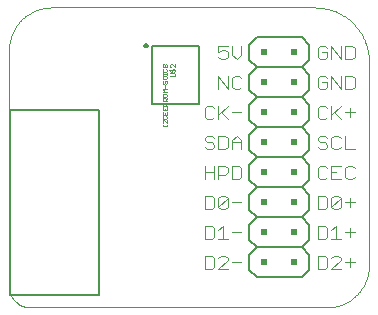
<source format=gto>
G75*
%MOIN*%
%OFA0B0*%
%FSLAX25Y25*%
%IPPOS*%
%LPD*%
%AMOC8*
5,1,8,0,0,1.08239X$1,22.5*
%
%ADD10C,0.00000*%
%ADD11C,0.00400*%
%ADD12C,0.00500*%
%ADD13C,0.00600*%
%ADD14R,0.02000X0.02000*%
%ADD15C,0.00800*%
%ADD16C,0.00100*%
D10*
X0012123Y0001500D02*
X0110910Y0001500D01*
X0111252Y0001504D01*
X0111593Y0001517D01*
X0111934Y0001537D01*
X0112275Y0001566D01*
X0112615Y0001603D01*
X0112953Y0001648D01*
X0113291Y0001702D01*
X0113627Y0001763D01*
X0113962Y0001833D01*
X0114294Y0001911D01*
X0114625Y0001997D01*
X0114954Y0002090D01*
X0115280Y0002192D01*
X0115604Y0002302D01*
X0115925Y0002419D01*
X0116243Y0002544D01*
X0116558Y0002677D01*
X0116869Y0002817D01*
X0117178Y0002965D01*
X0117482Y0003120D01*
X0117783Y0003282D01*
X0118079Y0003452D01*
X0118372Y0003629D01*
X0118660Y0003813D01*
X0118944Y0004003D01*
X0119222Y0004201D01*
X0119496Y0004405D01*
X0119766Y0004616D01*
X0120029Y0004833D01*
X0120288Y0005057D01*
X0120541Y0005286D01*
X0120788Y0005522D01*
X0121030Y0005764D01*
X0121266Y0006011D01*
X0121495Y0006264D01*
X0121719Y0006523D01*
X0121936Y0006786D01*
X0122147Y0007056D01*
X0122351Y0007330D01*
X0122549Y0007608D01*
X0122739Y0007892D01*
X0122923Y0008180D01*
X0123100Y0008473D01*
X0123270Y0008769D01*
X0123432Y0009070D01*
X0123587Y0009374D01*
X0123735Y0009683D01*
X0123875Y0009994D01*
X0124008Y0010309D01*
X0124133Y0010627D01*
X0124250Y0010948D01*
X0124360Y0011272D01*
X0124462Y0011598D01*
X0124555Y0011927D01*
X0124641Y0012258D01*
X0124719Y0012590D01*
X0124789Y0012925D01*
X0124850Y0013261D01*
X0124904Y0013599D01*
X0124949Y0013937D01*
X0124986Y0014277D01*
X0125015Y0014618D01*
X0125035Y0014959D01*
X0125048Y0015300D01*
X0125052Y0015642D01*
X0125052Y0083472D01*
X0125047Y0083908D01*
X0125031Y0084343D01*
X0125005Y0084778D01*
X0124968Y0085212D01*
X0124921Y0085645D01*
X0124863Y0086077D01*
X0124795Y0086507D01*
X0124716Y0086936D01*
X0124627Y0087362D01*
X0124528Y0087786D01*
X0124419Y0088208D01*
X0124299Y0088627D01*
X0124170Y0089043D01*
X0124030Y0089456D01*
X0123880Y0089865D01*
X0123721Y0090270D01*
X0123552Y0090672D01*
X0123373Y0091069D01*
X0123185Y0091462D01*
X0122987Y0091850D01*
X0122780Y0092233D01*
X0122564Y0092611D01*
X0122338Y0092984D01*
X0122104Y0093352D01*
X0121861Y0093713D01*
X0121609Y0094069D01*
X0121349Y0094418D01*
X0121080Y0094761D01*
X0120803Y0095097D01*
X0120518Y0095427D01*
X0120225Y0095749D01*
X0119925Y0096065D01*
X0119617Y0096373D01*
X0119301Y0096673D01*
X0118979Y0096966D01*
X0118649Y0097251D01*
X0118313Y0097528D01*
X0117970Y0097797D01*
X0117621Y0098057D01*
X0117265Y0098309D01*
X0116904Y0098552D01*
X0116536Y0098786D01*
X0116163Y0099012D01*
X0115785Y0099228D01*
X0115402Y0099435D01*
X0115014Y0099633D01*
X0114621Y0099821D01*
X0114224Y0100000D01*
X0113822Y0100169D01*
X0113417Y0100328D01*
X0113008Y0100478D01*
X0112595Y0100618D01*
X0112179Y0100747D01*
X0111760Y0100867D01*
X0111338Y0100976D01*
X0110914Y0101075D01*
X0110488Y0101164D01*
X0110059Y0101243D01*
X0109629Y0101311D01*
X0109197Y0101369D01*
X0108764Y0101416D01*
X0108330Y0101453D01*
X0107895Y0101479D01*
X0107460Y0101495D01*
X0107024Y0101500D01*
X0019194Y0101500D01*
X0018847Y0101496D01*
X0018500Y0101483D01*
X0018154Y0101462D01*
X0017808Y0101432D01*
X0017463Y0101394D01*
X0017119Y0101347D01*
X0016776Y0101292D01*
X0016435Y0101228D01*
X0016095Y0101156D01*
X0015758Y0101076D01*
X0015422Y0100988D01*
X0015089Y0100891D01*
X0014758Y0100786D01*
X0014430Y0100673D01*
X0014104Y0100552D01*
X0013782Y0100424D01*
X0013463Y0100287D01*
X0013148Y0100142D01*
X0012836Y0099990D01*
X0012528Y0099830D01*
X0012223Y0099663D01*
X0011924Y0099488D01*
X0011628Y0099306D01*
X0011337Y0099117D01*
X0011051Y0098920D01*
X0010770Y0098717D01*
X0010493Y0098507D01*
X0010222Y0098290D01*
X0009957Y0098066D01*
X0009697Y0097837D01*
X0009443Y0097600D01*
X0009194Y0097358D01*
X0008952Y0097109D01*
X0008715Y0096855D01*
X0008486Y0096595D01*
X0008262Y0096330D01*
X0008045Y0096059D01*
X0007835Y0095782D01*
X0007632Y0095501D01*
X0007435Y0095215D01*
X0007246Y0094924D01*
X0007064Y0094628D01*
X0006889Y0094329D01*
X0006722Y0094024D01*
X0006562Y0093716D01*
X0006410Y0093404D01*
X0006265Y0093089D01*
X0006128Y0092770D01*
X0006000Y0092448D01*
X0005879Y0092122D01*
X0005766Y0091794D01*
X0005661Y0091463D01*
X0005564Y0091130D01*
X0005476Y0090794D01*
X0005396Y0090457D01*
X0005324Y0090117D01*
X0005260Y0089776D01*
X0005205Y0089433D01*
X0005158Y0089089D01*
X0005120Y0088744D01*
X0005090Y0088398D01*
X0005069Y0088052D01*
X0005056Y0087705D01*
X0005052Y0087358D01*
X0005052Y0008571D01*
X0005054Y0008400D01*
X0005060Y0008229D01*
X0005071Y0008059D01*
X0005085Y0007889D01*
X0005104Y0007719D01*
X0005126Y0007549D01*
X0005153Y0007381D01*
X0005184Y0007212D01*
X0005219Y0007045D01*
X0005257Y0006879D01*
X0005300Y0006713D01*
X0005347Y0006549D01*
X0005398Y0006386D01*
X0005453Y0006224D01*
X0005512Y0006064D01*
X0005574Y0005905D01*
X0005640Y0005747D01*
X0005710Y0005591D01*
X0005784Y0005437D01*
X0005862Y0005285D01*
X0005943Y0005135D01*
X0006028Y0004986D01*
X0006116Y0004840D01*
X0006208Y0004696D01*
X0006304Y0004554D01*
X0006402Y0004415D01*
X0006505Y0004278D01*
X0006610Y0004143D01*
X0006719Y0004011D01*
X0006830Y0003882D01*
X0006945Y0003756D01*
X0007063Y0003632D01*
X0007184Y0003511D01*
X0007308Y0003393D01*
X0007434Y0003278D01*
X0007563Y0003167D01*
X0007695Y0003058D01*
X0007830Y0002953D01*
X0007967Y0002850D01*
X0008106Y0002752D01*
X0008248Y0002656D01*
X0008392Y0002564D01*
X0008538Y0002476D01*
X0008687Y0002391D01*
X0008837Y0002310D01*
X0008989Y0002232D01*
X0009143Y0002158D01*
X0009299Y0002088D01*
X0009457Y0002022D01*
X0009616Y0001960D01*
X0009776Y0001901D01*
X0009938Y0001846D01*
X0010101Y0001795D01*
X0010265Y0001748D01*
X0010431Y0001705D01*
X0010597Y0001667D01*
X0010764Y0001632D01*
X0010933Y0001601D01*
X0011101Y0001574D01*
X0011271Y0001552D01*
X0011441Y0001533D01*
X0011611Y0001519D01*
X0011781Y0001508D01*
X0011952Y0001502D01*
X0012123Y0001500D01*
D11*
X0070252Y0014200D02*
X0072554Y0014200D01*
X0073321Y0014967D01*
X0073321Y0018037D01*
X0072554Y0018804D01*
X0070252Y0018804D01*
X0070252Y0014200D01*
X0074856Y0014200D02*
X0077925Y0017269D01*
X0077925Y0018037D01*
X0077158Y0018804D01*
X0075623Y0018804D01*
X0074856Y0018037D01*
X0079460Y0016502D02*
X0082529Y0016502D01*
X0077925Y0014200D02*
X0074856Y0014200D01*
X0074856Y0024200D02*
X0077925Y0024200D01*
X0076391Y0024200D02*
X0076391Y0028804D01*
X0074856Y0027269D01*
X0073321Y0028037D02*
X0072554Y0028804D01*
X0070252Y0028804D01*
X0070252Y0024200D01*
X0072554Y0024200D01*
X0073321Y0024967D01*
X0073321Y0028037D01*
X0079460Y0026502D02*
X0082529Y0026502D01*
X0077158Y0034200D02*
X0075623Y0034200D01*
X0074856Y0034967D01*
X0077925Y0038037D01*
X0077925Y0034967D01*
X0077158Y0034200D01*
X0074856Y0034967D02*
X0074856Y0038037D01*
X0075623Y0038804D01*
X0077158Y0038804D01*
X0077925Y0038037D01*
X0079460Y0036502D02*
X0082529Y0036502D01*
X0073321Y0034967D02*
X0073321Y0038037D01*
X0072554Y0038804D01*
X0070252Y0038804D01*
X0070252Y0034200D01*
X0072554Y0034200D01*
X0073321Y0034967D01*
X0073321Y0044200D02*
X0073321Y0048804D01*
X0074856Y0048804D02*
X0077158Y0048804D01*
X0077925Y0048037D01*
X0077925Y0046502D01*
X0077158Y0045735D01*
X0074856Y0045735D01*
X0073321Y0046502D02*
X0070252Y0046502D01*
X0070252Y0044200D02*
X0070252Y0048804D01*
X0074856Y0048804D02*
X0074856Y0044200D01*
X0079460Y0044200D02*
X0081762Y0044200D01*
X0082529Y0044967D01*
X0082529Y0048037D01*
X0081762Y0048804D01*
X0079460Y0048804D01*
X0079460Y0044200D01*
X0079460Y0054200D02*
X0079460Y0057269D01*
X0080995Y0058804D01*
X0082529Y0057269D01*
X0082529Y0054200D01*
X0082529Y0056502D02*
X0079460Y0056502D01*
X0077925Y0058037D02*
X0077158Y0058804D01*
X0074856Y0058804D01*
X0074856Y0054200D01*
X0077158Y0054200D01*
X0077925Y0054967D01*
X0077925Y0058037D01*
X0073321Y0058037D02*
X0072554Y0058804D01*
X0071019Y0058804D01*
X0070252Y0058037D01*
X0070252Y0057269D01*
X0071019Y0056502D01*
X0072554Y0056502D01*
X0073321Y0055735D01*
X0073321Y0054967D01*
X0072554Y0054200D01*
X0071019Y0054200D01*
X0070252Y0054967D01*
X0071019Y0064200D02*
X0072554Y0064200D01*
X0073321Y0064967D01*
X0074856Y0064200D02*
X0074856Y0068804D01*
X0073321Y0068037D02*
X0072554Y0068804D01*
X0071019Y0068804D01*
X0070252Y0068037D01*
X0070252Y0064967D01*
X0071019Y0064200D01*
X0074856Y0065735D02*
X0077925Y0068804D01*
X0079460Y0066502D02*
X0082529Y0066502D01*
X0077925Y0064200D02*
X0075623Y0066502D01*
X0074856Y0074200D02*
X0074856Y0078804D01*
X0077925Y0074200D01*
X0077925Y0078804D01*
X0079460Y0078037D02*
X0079460Y0074967D01*
X0080227Y0074200D01*
X0081762Y0074200D01*
X0082529Y0074967D01*
X0082529Y0078037D02*
X0081762Y0078804D01*
X0080227Y0078804D01*
X0079460Y0078037D01*
X0080995Y0084200D02*
X0082529Y0085735D01*
X0082529Y0088804D01*
X0079460Y0088804D02*
X0079460Y0085735D01*
X0080995Y0084200D01*
X0077925Y0084967D02*
X0077158Y0084200D01*
X0075623Y0084200D01*
X0074856Y0084967D01*
X0077925Y0084967D02*
X0077925Y0086502D01*
X0077158Y0087269D01*
X0076391Y0087269D01*
X0074856Y0086502D01*
X0074856Y0088804D01*
X0077925Y0088804D01*
X0107940Y0088037D02*
X0107940Y0084967D01*
X0108708Y0084200D01*
X0110242Y0084200D01*
X0111010Y0084967D01*
X0111010Y0086502D01*
X0109475Y0086502D01*
X0111010Y0088037D02*
X0110242Y0088804D01*
X0108708Y0088804D01*
X0107940Y0088037D01*
X0112544Y0088804D02*
X0115613Y0084200D01*
X0115613Y0088804D01*
X0117148Y0088804D02*
X0119450Y0088804D01*
X0120217Y0088037D01*
X0120217Y0084967D01*
X0119450Y0084200D01*
X0117148Y0084200D01*
X0117148Y0088804D01*
X0112544Y0088804D02*
X0112544Y0084200D01*
X0112544Y0078804D02*
X0115613Y0074200D01*
X0115613Y0078804D01*
X0117148Y0078804D02*
X0119450Y0078804D01*
X0120217Y0078037D01*
X0120217Y0074967D01*
X0119450Y0074200D01*
X0117148Y0074200D01*
X0117148Y0078804D01*
X0112544Y0078804D02*
X0112544Y0074200D01*
X0111010Y0074967D02*
X0111010Y0076502D01*
X0109475Y0076502D01*
X0111010Y0074967D02*
X0110242Y0074200D01*
X0108708Y0074200D01*
X0107940Y0074967D01*
X0107940Y0078037D01*
X0108708Y0078804D01*
X0110242Y0078804D01*
X0111010Y0078037D01*
X0110242Y0068804D02*
X0108708Y0068804D01*
X0107940Y0068037D01*
X0107940Y0064967D01*
X0108708Y0064200D01*
X0110242Y0064200D01*
X0111010Y0064967D01*
X0112544Y0064200D02*
X0112544Y0068804D01*
X0111010Y0068037D02*
X0110242Y0068804D01*
X0112544Y0065735D02*
X0115613Y0068804D01*
X0117148Y0066502D02*
X0120217Y0066502D01*
X0118683Y0068037D02*
X0118683Y0064967D01*
X0115613Y0064200D02*
X0113312Y0066502D01*
X0113312Y0058804D02*
X0112544Y0058037D01*
X0112544Y0054967D01*
X0113312Y0054200D01*
X0114846Y0054200D01*
X0115613Y0054967D01*
X0117148Y0054200D02*
X0120217Y0054200D01*
X0117148Y0054200D02*
X0117148Y0058804D01*
X0115613Y0058037D02*
X0114846Y0058804D01*
X0113312Y0058804D01*
X0111010Y0058037D02*
X0110242Y0058804D01*
X0108708Y0058804D01*
X0107940Y0058037D01*
X0107940Y0057269D01*
X0108708Y0056502D01*
X0110242Y0056502D01*
X0111010Y0055735D01*
X0111010Y0054967D01*
X0110242Y0054200D01*
X0108708Y0054200D01*
X0107940Y0054967D01*
X0108708Y0048804D02*
X0107940Y0048037D01*
X0107940Y0044967D01*
X0108708Y0044200D01*
X0110242Y0044200D01*
X0111010Y0044967D01*
X0112544Y0044200D02*
X0115613Y0044200D01*
X0117148Y0044967D02*
X0117915Y0044200D01*
X0119450Y0044200D01*
X0120217Y0044967D01*
X0117148Y0044967D02*
X0117148Y0048037D01*
X0117915Y0048804D01*
X0119450Y0048804D01*
X0120217Y0048037D01*
X0115613Y0048804D02*
X0112544Y0048804D01*
X0112544Y0044200D01*
X0112544Y0046502D02*
X0114079Y0046502D01*
X0111010Y0048037D02*
X0110242Y0048804D01*
X0108708Y0048804D01*
X0107940Y0038804D02*
X0110242Y0038804D01*
X0111010Y0038037D01*
X0111010Y0034967D01*
X0110242Y0034200D01*
X0107940Y0034200D01*
X0107940Y0038804D01*
X0112544Y0038037D02*
X0113312Y0038804D01*
X0114846Y0038804D01*
X0115613Y0038037D01*
X0112544Y0034967D01*
X0113312Y0034200D01*
X0114846Y0034200D01*
X0115613Y0034967D01*
X0115613Y0038037D01*
X0112544Y0038037D02*
X0112544Y0034967D01*
X0117148Y0036502D02*
X0120217Y0036502D01*
X0118683Y0038037D02*
X0118683Y0034967D01*
X0114079Y0028804D02*
X0114079Y0024200D01*
X0115613Y0024200D02*
X0112544Y0024200D01*
X0111010Y0024967D02*
X0111010Y0028037D01*
X0110242Y0028804D01*
X0107940Y0028804D01*
X0107940Y0024200D01*
X0110242Y0024200D01*
X0111010Y0024967D01*
X0112544Y0027269D02*
X0114079Y0028804D01*
X0117148Y0026502D02*
X0120217Y0026502D01*
X0118683Y0028037D02*
X0118683Y0024967D01*
X0114846Y0018804D02*
X0113312Y0018804D01*
X0112544Y0018037D01*
X0111010Y0018037D02*
X0110242Y0018804D01*
X0107940Y0018804D01*
X0107940Y0014200D01*
X0110242Y0014200D01*
X0111010Y0014967D01*
X0111010Y0018037D01*
X0114846Y0018804D02*
X0115613Y0018037D01*
X0115613Y0017269D01*
X0112544Y0014200D01*
X0115613Y0014200D01*
X0117148Y0016502D02*
X0120217Y0016502D01*
X0118683Y0018037D02*
X0118683Y0014967D01*
D12*
X0005525Y0005594D02*
X0005525Y0067406D01*
X0035052Y0067406D01*
X0035052Y0005594D01*
X0005525Y0005594D01*
D13*
X0085052Y0014000D02*
X0085052Y0019000D01*
X0087552Y0021500D01*
X0102552Y0021500D01*
X0105052Y0019000D01*
X0105052Y0014000D01*
X0102552Y0011500D01*
X0087552Y0011500D01*
X0085052Y0014000D01*
X0087552Y0021500D02*
X0085052Y0024000D01*
X0085052Y0029000D01*
X0087552Y0031500D01*
X0102552Y0031500D01*
X0105052Y0029000D01*
X0105052Y0024000D01*
X0102552Y0021500D01*
X0102552Y0031500D02*
X0105052Y0034000D01*
X0105052Y0039000D01*
X0102552Y0041500D01*
X0087552Y0041500D01*
X0085052Y0039000D01*
X0085052Y0034000D01*
X0087552Y0031500D01*
X0087552Y0041500D02*
X0085052Y0044000D01*
X0085052Y0049000D01*
X0087552Y0051500D01*
X0102552Y0051500D01*
X0105052Y0049000D01*
X0105052Y0044000D01*
X0102552Y0041500D01*
X0102552Y0051500D02*
X0105052Y0054000D01*
X0105052Y0059000D01*
X0102552Y0061500D01*
X0087552Y0061500D01*
X0085052Y0059000D01*
X0085052Y0054000D01*
X0087552Y0051500D01*
X0087552Y0061500D02*
X0085052Y0064000D01*
X0085052Y0069000D01*
X0087552Y0071500D01*
X0102552Y0071500D01*
X0105052Y0069000D01*
X0105052Y0064000D01*
X0102552Y0061500D01*
X0102552Y0071500D02*
X0105052Y0074000D01*
X0105052Y0079000D01*
X0102552Y0081500D01*
X0087552Y0081500D01*
X0085052Y0079000D01*
X0085052Y0074000D01*
X0087552Y0071500D01*
X0087552Y0081500D02*
X0085052Y0084000D01*
X0085052Y0089000D01*
X0087552Y0091500D01*
X0102552Y0091500D01*
X0105052Y0089000D01*
X0105052Y0084000D01*
X0102552Y0081500D01*
X0068229Y0088646D02*
X0068229Y0069354D01*
X0052875Y0069354D01*
X0052875Y0088646D01*
X0068229Y0088646D01*
D14*
X0090052Y0086500D03*
X0100052Y0086500D03*
X0100052Y0076500D03*
X0090052Y0076500D03*
X0090052Y0066500D03*
X0100052Y0066500D03*
X0100052Y0056500D03*
X0090052Y0056500D03*
X0090052Y0046500D03*
X0100052Y0046500D03*
X0100052Y0036500D03*
X0090052Y0036500D03*
X0090052Y0026500D03*
X0100052Y0026500D03*
X0100052Y0016500D03*
X0090052Y0016500D03*
D15*
X0050145Y0088843D02*
X0050147Y0088890D01*
X0050153Y0088937D01*
X0050163Y0088984D01*
X0050176Y0089029D01*
X0050194Y0089073D01*
X0050215Y0089115D01*
X0050239Y0089156D01*
X0050267Y0089194D01*
X0050298Y0089230D01*
X0050332Y0089263D01*
X0050368Y0089293D01*
X0050407Y0089320D01*
X0050448Y0089344D01*
X0050491Y0089364D01*
X0050535Y0089380D01*
X0050581Y0089393D01*
X0050627Y0089402D01*
X0050675Y0089407D01*
X0050722Y0089408D01*
X0050769Y0089405D01*
X0050816Y0089398D01*
X0050862Y0089387D01*
X0050907Y0089373D01*
X0050951Y0089354D01*
X0050992Y0089332D01*
X0051032Y0089307D01*
X0051070Y0089278D01*
X0051105Y0089247D01*
X0051138Y0089212D01*
X0051167Y0089175D01*
X0051193Y0089136D01*
X0051216Y0089094D01*
X0051235Y0089051D01*
X0051251Y0089006D01*
X0051263Y0088960D01*
X0051271Y0088914D01*
X0051275Y0088867D01*
X0051275Y0088819D01*
X0051271Y0088772D01*
X0051263Y0088726D01*
X0051251Y0088680D01*
X0051235Y0088635D01*
X0051216Y0088592D01*
X0051193Y0088550D01*
X0051167Y0088511D01*
X0051138Y0088474D01*
X0051105Y0088439D01*
X0051070Y0088408D01*
X0051032Y0088379D01*
X0050993Y0088354D01*
X0050951Y0088332D01*
X0050907Y0088313D01*
X0050862Y0088299D01*
X0050816Y0088288D01*
X0050769Y0088281D01*
X0050722Y0088278D01*
X0050675Y0088279D01*
X0050627Y0088284D01*
X0050581Y0088293D01*
X0050535Y0088306D01*
X0050491Y0088322D01*
X0050448Y0088342D01*
X0050407Y0088366D01*
X0050368Y0088393D01*
X0050332Y0088423D01*
X0050298Y0088456D01*
X0050267Y0088492D01*
X0050239Y0088530D01*
X0050215Y0088571D01*
X0050194Y0088613D01*
X0050176Y0088657D01*
X0050163Y0088702D01*
X0050153Y0088749D01*
X0050147Y0088796D01*
X0050145Y0088843D01*
D16*
X0056540Y0082515D02*
X0056790Y0082515D01*
X0057040Y0082264D01*
X0057040Y0081764D01*
X0056790Y0081514D01*
X0056540Y0081514D01*
X0056290Y0081764D01*
X0056290Y0082264D01*
X0056540Y0082515D01*
X0057040Y0082264D02*
X0057291Y0082515D01*
X0057541Y0082515D01*
X0057791Y0082264D01*
X0057791Y0081764D01*
X0057541Y0081514D01*
X0057291Y0081514D01*
X0057040Y0081764D01*
X0056540Y0081041D02*
X0056290Y0080791D01*
X0056290Y0080291D01*
X0056540Y0080040D01*
X0057541Y0080040D01*
X0057791Y0080291D01*
X0057791Y0080791D01*
X0057541Y0081041D01*
X0058540Y0080541D02*
X0060541Y0080541D01*
X0060291Y0080791D02*
X0060041Y0081041D01*
X0059791Y0081041D01*
X0059540Y0080791D01*
X0059540Y0080291D01*
X0059290Y0080040D01*
X0059040Y0080040D01*
X0058790Y0080291D01*
X0058790Y0080791D01*
X0059040Y0081041D01*
X0059040Y0081514D02*
X0058790Y0081764D01*
X0058790Y0082264D01*
X0059040Y0082515D01*
X0059290Y0082515D01*
X0060291Y0081514D01*
X0060291Y0082515D01*
X0060291Y0080791D02*
X0060291Y0080291D01*
X0060041Y0080040D01*
X0060041Y0079568D02*
X0058790Y0079568D01*
X0057791Y0079559D02*
X0057791Y0079058D01*
X0057791Y0079308D02*
X0056290Y0079308D01*
X0056290Y0079058D02*
X0056290Y0079559D01*
X0056540Y0078586D02*
X0056290Y0078336D01*
X0056290Y0077835D01*
X0056540Y0077585D01*
X0057541Y0077585D01*
X0057791Y0077835D01*
X0057791Y0078336D01*
X0057541Y0078586D01*
X0056540Y0078586D01*
X0056540Y0077113D02*
X0056290Y0076862D01*
X0056290Y0076362D01*
X0056540Y0076112D01*
X0056790Y0076112D01*
X0057040Y0076362D01*
X0057040Y0076862D01*
X0057291Y0077113D01*
X0057541Y0077113D01*
X0057791Y0076862D01*
X0057791Y0076362D01*
X0057541Y0076112D01*
X0057040Y0075639D02*
X0057040Y0074638D01*
X0056290Y0074166D02*
X0057791Y0074166D01*
X0057791Y0073165D02*
X0056290Y0073165D01*
X0056790Y0073666D01*
X0056290Y0074166D01*
X0056540Y0072693D02*
X0056290Y0072443D01*
X0056290Y0071942D01*
X0056540Y0071692D01*
X0057541Y0071692D01*
X0057791Y0071942D01*
X0057791Y0072443D01*
X0057541Y0072693D01*
X0056540Y0072693D01*
X0056540Y0071220D02*
X0057040Y0071220D01*
X0057291Y0070969D01*
X0057291Y0070219D01*
X0057791Y0070219D02*
X0056290Y0070219D01*
X0056290Y0070969D01*
X0056540Y0071220D01*
X0057291Y0070719D02*
X0057791Y0071220D01*
X0057040Y0069746D02*
X0057291Y0069496D01*
X0057291Y0068745D01*
X0057791Y0068745D02*
X0056290Y0068745D01*
X0056290Y0069496D01*
X0056540Y0069746D01*
X0057040Y0069746D01*
X0056290Y0068273D02*
X0056290Y0067272D01*
X0057791Y0067272D01*
X0057791Y0068273D01*
X0057040Y0067773D02*
X0057040Y0067272D01*
X0056290Y0066800D02*
X0056290Y0065799D01*
X0057791Y0065799D01*
X0057791Y0066800D01*
X0057040Y0066299D02*
X0057040Y0065799D01*
X0056540Y0065327D02*
X0056290Y0065076D01*
X0056290Y0064576D01*
X0056540Y0064326D01*
X0057541Y0064326D01*
X0057791Y0064576D01*
X0057791Y0065076D01*
X0057541Y0065327D01*
X0057791Y0063853D02*
X0057791Y0062852D01*
X0056790Y0063853D01*
X0056540Y0063853D01*
X0056290Y0063603D01*
X0056290Y0063103D01*
X0056540Y0062852D01*
X0056290Y0062371D02*
X0056290Y0061870D01*
X0056290Y0062121D02*
X0057791Y0062121D01*
X0057791Y0062371D02*
X0057791Y0061870D01*
X0058790Y0078567D02*
X0060041Y0078567D01*
X0060291Y0078817D01*
X0060291Y0079318D01*
X0060041Y0079568D01*
M02*

</source>
